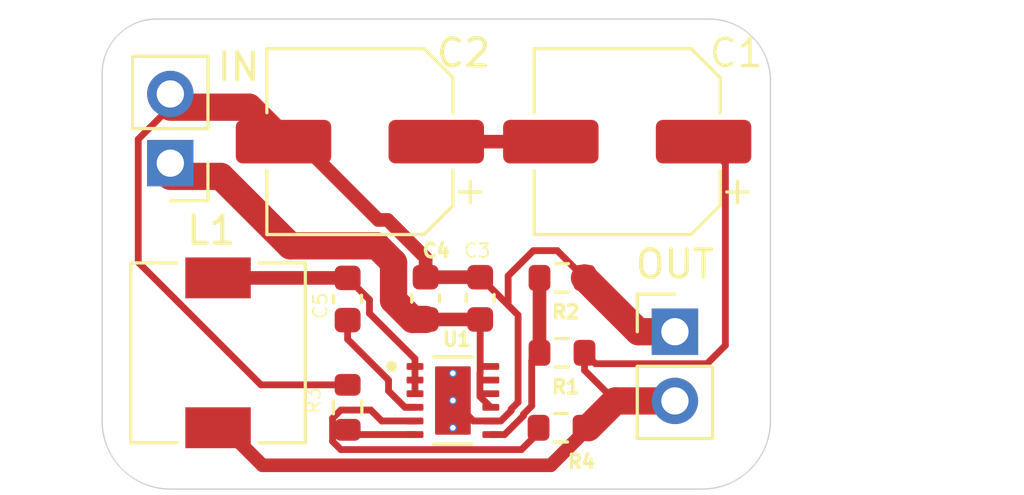
<source format=kicad_pcb>
(kicad_pcb (version 20241229) (generator "pcbnew") (generator_version "9.0")
  (layers (0 "F.Cu" signal) (2 "B.Cu" signal) (13 "F.Paste" user) (15 "B.Paste" user) (5 "F.SilkS" user "F.Silkscreen") (7 "B.SilkS" user "B.Silkscreen") (1 "F.Mask" user) (3 "B.Mask" user) (25 "Edge.Cuts" user))
  (net 0 "")
  (net 1 "Net-(C1-Pad2)")
  (net 2 "Net-(J2-Pin_2)")
  (net 3 "GND")
  (net 4 "Net-(J1-Pin_1)")
  (net 5 "Net-(U1-BOOT)")
  (net 6 "Net-(C5-Pad2)")
  (net 7 "Net-(U1-FB)")
  (net 8 "Net-(U1-RT)")
  (net 9 "Net-(U1-PG)")
  (footprint "Resistor_SMD:R_0603_1608Metric" (layer "F.Cu") (at 167.25 91.25 90)
    (property "Reference" "R3" (at 0.25 -1.25 90) (layer "F.SilkS") (effects (font (size 0.5 0.5) (thickness 0.0625))))
    (property "Value" "30.9k")
    (fp_line (start -0.237258 -0.5225) (end 0.237258 -0.5225) (stroke (width 0.12)) (layer "F.SilkS"))
    (fp_line (start -0.237258 0.5225) (end 0.237258 0.5225) (stroke (width 0.12)) (layer "F.SilkS"))
    (pad "1" smd roundrect (at -0.825 0 90) (size 0.8 0.95) (layers "F.Cu" "F.Mask" "F.Paste") (net 8 "Net-(U1-RT)"))
    (pad "2" smd roundrect (at 0.825 0 90) (size 0.8 0.95) (layers "F.Cu" "F.Mask" "F.Paste") (net 3 "GND"))
  )
  (footprint "Capacitor_SMD:C_0603_1608Metric" (layer "F.Cu") (at 170.11 87.25 90)
    (property "Reference" "C4" (at 1.75 0.39 180) (layer "F.SilkS") (effects (font (size 0.5 0.5) (thickness 0.125))))
    (property "Value" "100nF")
    (fp_line (start -0.14058 -0.51) (end 0.14058 -0.51) (stroke (width 0.12)) (layer "F.SilkS"))
    (fp_line (start -0.14058 0.51) (end 0.14058 0.51) (stroke (width 0.12)) (layer "F.SilkS"))
    (pad "1" smd roundrect (at -0.775 0 90) (size 0.9 0.95) (layers "F.Cu" "F.Mask" "F.Paste") (net 4 "Net-(J1-Pin_1)"))
    (pad "2" smd roundrect (at 0.775 0 90) (size 0.9 0.95) (layers "F.Cu" "F.Mask" "F.Paste") (net 3 "GND"))
  )
  (footprint "Connector_PinHeader_2.54mm:PinHeader_1x02_P2.54mm_Vertical" (layer "F.Cu") (at 160.75 82.29 180)
    (property "Reference" "IN" (at -2.5 3.525 0) (layer "F.SilkS"))
    (property "Value" "Conn_01x02_Pin")
    (fp_line (start 1.38 1.27) (end 1.38 3.92) (stroke (width 0.12)) (layer "F.SilkS"))
    (fp_line (start -1.38 3.92) (end 1.38 3.92) (stroke (width 0.12)) (layer "F.SilkS"))
    (fp_line (start -1.38 1.27) (end 1.38 1.27) (stroke (width 0.12)) (layer "F.SilkS"))
    (fp_line (start -1.38 1.27) (end -1.38 3.92) (stroke (width 0.12)) (layer "F.SilkS"))
    (fp_line (start -1.38 0) (end -1.38 -1.38) (stroke (width 0.12)) (layer "F.SilkS"))
    (fp_line (start -1.38 -1.38) (end 0 -1.38) (stroke (width 0.12)) (layer "F.SilkS"))
    (pad "1" thru_hole rect (at 0 0 180) (size 1.7 1.7) (drill 1) (layers "*.Cu" "*.Mask") (net 4 "Net-(J1-Pin_1)"))
    (pad "2" thru_hole circle (at 0 2.54 180) (size 1.7 1.7) (drill 1) (layers "*.Cu" "*.Mask") (net 3 "GND"))
  )
  (footprint "Capacitor_SMD:C_0603_1608Metric" (layer "F.Cu") (at 172.11 87.25 90)
    (property "Reference" "C3" (at 1.75 -0.11 0) (layer "F.SilkS") (effects (font (size 0.5 0.5) (thickness 0.0625))))
    (property "Value" "10uF")
    (fp_line (start -0.14058 -0.51) (end 0.14058 -0.51) (stroke (width 0.12)) (layer "F.SilkS"))
    (fp_line (start -0.14058 0.51) (end 0.14058 0.51) (stroke (width 0.12)) (layer "F.SilkS"))
    (pad "1" smd roundrect (at -0.775 0 90) (size 0.9 0.95) (layers "F.Cu" "F.Mask" "F.Paste") (net 4 "Net-(J1-Pin_1)"))
    (pad "2" smd roundrect (at 0.775 0 90) (size 0.9 0.95) (layers "F.Cu" "F.Mask" "F.Paste") (net 3 "GND"))
  )
  (footprint "LMR51450:CONV_LMR51450FNDRRR" (layer "F.Cu") (at 171.11 91)
    (property "Reference" "U1" (at 0.14 -2.25 0) (layer "F.SilkS") (effects (font (size 0.5 0.5) (thickness 0.125))))
    (property "Value" "LMR51450FNDRRR")
    (fp_line (start -0.7 -1.6) (end 0.7 -1.6) (stroke (width 0.127)) (layer "F.SilkS"))
    (fp_line (start -0.7 1.6) (end 0.7 1.6) (stroke (width 0.127)) (layer "F.SilkS"))
    (fp_circle (center -2.25 -1.25) (end -2.15 -1.25) (stroke (width 0.2)) (fill no) (layer "F.SilkS"))
    (pad "1" smd roundrect (at -1.39 -1.25) (size 0.62 0.25) (layers "F.Cu" "F.Paste") (roundrect_rratio 0.2) (net 6 "Net-(C5-Pad2)"))
    (pad "2" smd roundrect (at -1.39 -0.75) (size 0.62 0.25) (layers "F.Cu" "F.Paste") (roundrect_rratio 0.2) (net 6 "Net-(C5-Pad2)"))
    (pad "3" smd roundrect (at -1.39 -0.25) (size 0.62 0.25) (layers "F.Cu" "F.Paste") (roundrect_rratio 0.2) (net 6 "Net-(C5-Pad2)"))
    (pad "4" smd roundrect (at -1.39 0.25) (size 0.62 0.25) (layers "F.Cu" "F.Paste") (roundrect_rratio 0.2) (net 5 "Net-(U1-BOOT)"))
    (pad "5" smd roundrect (at -1.39 0.75) (size 0.62 0.25) (layers "F.Cu" "F.Paste") (roundrect_rratio 0.2) (net 9 "Net-(U1-PG)"))
    (pad "6" smd roundrect (at -1.39 1.25) (size 0.62 0.25) (layers "F.Cu" "F.Paste") (roundrect_rratio 0.2) (net 8 "Net-(U1-RT)"))
    (pad "7" smd roundrect (at 1.39 1.25) (size 0.62 0.25) (layers "F.Cu" "F.Paste") (roundrect_rratio 0.2) (net 7 "Net-(U1-FB)"))
    (pad "8" smd roundrect (at 1.39 0.75) (size 0.62 0.25) (layers "F.Cu" "F.Paste") (roundrect_rratio 0.2) (net 3 "GND"))
    (pad "9" smd roundrect (at 1.39 0.25) (size 0.62 0.25) (layers "F.Cu" "F.Paste") (roundrect_rratio 0.2) (net 4 "Net-(J1-Pin_1)"))
    (pad "10" smd roundrect (at 1.39 -0.25) (size 0.62 0.25) (layers "F.Cu" "F.Paste") (roundrect_rratio 0.2) (net 4 "Net-(J1-Pin_1)"))
    (pad "11" smd roundrect (at 1.39 -0.75) (size 0.62 0.25) (layers "F.Cu" "F.Paste") (roundrect_rratio 0.2) (net 4 "Net-(J1-Pin_1)"))
    (pad "12" smd roundrect (at 1.39 -1.25) (size 0.62 0.25) (layers "F.Cu" "F.Paste") (roundrect_rratio 0.2) (net 4 "Net-(J1-Pin_1)"))
    (pad "13" smd custom (at 0 0) (size 0.5 0.5) (layers "F.Cu") (net 3 "GND") (options (clearance outline) (anchor rect)) (primitives (gr_poly (pts (xy -0.65 -1.2) (xy -0.65 1.2) (xy -0.65 1.203) (xy -0.65 1.205) (xy -0.649 1.208) (xy -0.649 1.21) (xy -0.648 1.213) (xy -0.648 1.215) (xy -0.647 1.218) (xy -0.646 1.22) (xy -0.645 1.223) (xy -0.643 1.225) (xy -0.642 1.227) (xy -0.64 1.229) (xy -0.639 1.231) (xy -0.637 1.233) (xy -0.635 1.235) (xy -0.633 1.237) (xy -0.631 1.239) (xy -0.629 1.24) (xy -0.627 1.242) (xy -0.625 1.243) (xy -0.623 1.245) (xy -0.62 1.246) (xy -0.618 1.247) (xy -0.615 1.248) (xy -0.613 1.248) (xy -0.61 1.249) (xy -0.608 1.249) (xy -0.605 1.25) (xy -0.603 1.25) (xy -0.6 1.25) (xy 0.6 1.25) (xy 0.603 1.25) (xy 0.605 1.25) (xy 0.608 1.249) (xy 0.61 1.249) (xy 0.613 1.248) (xy 0.615 1.248) (xy 0.618 1.247) (xy 0.62 1.246) (xy 0.623 1.245) (xy 0.625 1.243) (xy 0.627 1.242) (xy 0.629 1.24) (xy 0.631 1.239) (xy 0.633 1.237) (xy 0.635 1.235) (xy 0.637 1.233) (xy 0.639 1.231) (xy 0.64 1.229) (xy 0.642 1.227) (xy 0.643 1.225) (xy 0.645 1.223) (xy 0.646 1.22) (xy 0.647 1.218) (xy 0.648 1.215) (xy 0.648 1.213) (xy 0.649 1.21) (xy 0.649 1.208) (xy 0.65 1.205) (xy 0.65 1.203) (xy 0.65 1.2) (xy 0.65 -1.2) (xy 0.65 -1.203) (xy 0.65 -1.205) (xy 0.649 -1.208) (xy 0.649 -1.21) (xy 0.648 -1.213) (xy 0.648 -1.215) (xy 0.647 -1.218) (xy 0.646 -1.22) (xy 0.645 -1.223) (xy 0.643 -1.225) (xy 0.642 -1.227) (xy 0.64 -1.229) (xy 0.639 -1.231) (xy 0.637 -1.233) (xy 0.635 -1.235) (xy 0.633 -1.237) (xy 0.631 -1.239) (xy 0.629 -1.24) (xy 0.627 -1.242) (xy 0.625 -1.243) (xy 0.623 -1.245) (xy 0.62 -1.246) (xy 0.618 -1.247) (xy 0.615 -1.248) (xy 0.613 -1.248) (xy 0.61 -1.249) (xy 0.608 -1.249) (xy 0.605 -1.25) (xy 0.603 -1.25) (xy 0.6 -1.25) (xy -0.6 -1.25) (xy -0.603 -1.25) (xy -0.605 -1.25) (xy -0.608 -1.249) (xy -0.61 -1.249) (xy -0.613 -1.248) (xy -0.615 -1.248) (xy -0.618 -1.247) (xy -0.62 -1.246) (xy -0.623 -1.245) (xy -0.625 -1.243) (xy -0.627 -1.242) (xy -0.629 -1.24) (xy -0.631 -1.239) (xy -0.633 -1.237) (xy -0.635 -1.235) (xy -0.637 -1.233) (xy -0.639 -1.231) (xy -0.64 -1.229) (xy -0.642 -1.227) (xy -0.643 -1.225) (xy -0.645 -1.223) (xy -0.646 -1.22) (xy -0.647 -1.218) (xy -0.648 -1.215) (xy -0.648 -1.213) (xy -0.649 -1.21) (xy -0.649 -1.208) (xy -0.65 -1.205) (xy -0.65 -1.203) (xy -0.65 -1.2)) (width 0.01) (fill yes))))
    (pad "14" thru_hole circle (at 0 -1) (size 0.3 0.3) (drill 0.2) (layers "*.Cu"))
    (pad "15" thru_hole circle (at 0 0) (size 0.3 0.3) (drill 0.2) (layers "*.Cu") (net 3 "GND"))
    (pad "16" thru_hole circle (at 0 1) (size 0.3 0.3) (drill 0.2) (layers "*.Cu"))
  )
  (footprint "Capacitor_SMD:CP_Elec_6.3x4.9" (layer "F.Cu") (at 167.7 81.5 180)
    (property "Reference" "C2" (at -3.8 3.25 0) (layer "F.SilkS"))
    (property "Value" "47uF")
    (fp_line (start 3.41 3.41) (end 3.41 1.06) (stroke (width 0.12)) (layer "F.SilkS"))
    (fp_line (start 3.41 -3.41) (end 3.41 -1.06) (stroke (width 0.12)) (layer "F.SilkS"))
    (fp_line (start -2.345563 3.41) (end 3.41 3.41) (stroke (width 0.12)) (layer "F.SilkS"))
    (fp_line (start -2.345563 -3.41) (end 3.41 -3.41) (stroke (width 0.12)) (layer "F.SilkS"))
    (fp_line (start -3.41 2.345563) (end -2.345563 3.41) (stroke (width 0.12)) (layer "F.SilkS"))
    (fp_line (start -3.41 2.345563) (end -3.41 1.06) (stroke (width 0.12)) (layer "F.SilkS"))
    (fp_line (start -3.41 -2.345563) (end -2.345563 -3.41) (stroke (width 0.12)) (layer "F.SilkS"))
    (fp_line (start -3.41 -2.345563) (end -3.41 -1.06) (stroke (width 0.12)) (layer "F.SilkS"))
    (fp_line (start -4.04375 -2.24125) (end -4.04375 -1.45375) (stroke (width 0.12)) (layer "F.SilkS"))
    (fp_line (start -4.4375 -1.8475) (end -3.65 -1.8475) (stroke (width 0.12)) (layer "F.SilkS"))
    (pad "1" smd roundrect (at -2.8 0 180) (size 3.5 1.6) (layers "F.Cu" "F.Mask" "F.Paste") (roundrect_rratio 0.15625) (net 1 "Net-(C1-Pad2)"))
    (pad "2" smd roundrect (at 2.8 0 180) (size 3.5 1.6) (layers "F.Cu" "F.Mask" "F.Paste") (roundrect_rratio 0.15625) (net 3 "GND"))
  )
  (footprint "Resistor_SMD:R_0603_1608Metric" (layer "F.Cu") (at 175.11 86.5)
    (property "Reference" "R2" (at 0.14 1.25 0) (layer "F.SilkS") (effects (font (size 0.5 0.5) (thickness 0.125))))
    (property "Value" "11.8k")
    (fp_line (start -0.237258 -0.5225) (end 0.237258 -0.5225) (stroke (width 0.12)) (layer "F.SilkS"))
    (fp_line (start -0.237258 0.5225) (end 0.237258 0.5225) (stroke (width 0.12)) (layer "F.SilkS"))
    (pad "1" smd roundrect (at -0.825 0) (size 0.8 0.95) (layers "F.Cu" "F.Mask" "F.Paste") (net 7 "Net-(U1-FB)"))
    (pad "2" smd roundrect (at 0.825 0) (size 0.8 0.95) (layers "F.Cu" "F.Mask" "F.Paste") (net 3 "GND"))
  )
  (footprint "Resistor_SMD:R_0603_1608Metric" (layer "F.Cu") (at 175.075 92)
    (property "Reference" "R4" (at 0.75 1.25 0) (layer "F.SilkS") (effects (font (size 0.5 0.5) (thickness 0.125))))
    (property "Value" "100k")
    (fp_line (start -0.237258 -0.5225) (end 0.237258 -0.5225) (stroke (width 0.12)) (layer "F.SilkS"))
    (fp_line (start -0.237258 0.5225) (end 0.237258 0.5225) (stroke (width 0.12)) (layer "F.SilkS"))
    (pad "1" smd roundrect (at -0.825 0) (size 0.8 0.95) (layers "F.Cu" "F.Mask" "F.Paste") (net 9 "Net-(U1-PG)"))
    (pad "2" smd roundrect (at 0.825 0) (size 0.8 0.95) (layers "F.Cu" "F.Mask" "F.Paste") (net 2 "Net-(J2-Pin_2)"))
  )
  (footprint "Capacitor_SMD:CP_Elec_6.3x4.9" (layer "F.Cu") (at 177.5 81.5 180)
    (property "Reference" "C1" (at -4 3.25 0) (layer "F.SilkS") (effects (font (thickness 0.125))))
    (property "Value" "47uF")
    (fp_line (start 3.41 3.41) (end 3.41 1.06) (stroke (width 0.12)) (layer "F.SilkS"))
    (fp_line (start 3.41 -3.41) (end 3.41 -1.06) (stroke (width 0.12)) (layer "F.SilkS"))
    (fp_line (start -2.345563 3.41) (end 3.41 3.41) (stroke (width 0.12)) (layer "F.SilkS"))
    (fp_line (start -2.345563 -3.41) (end 3.41 -3.41) (stroke (width 0.12)) (layer "F.SilkS"))
    (fp_line (start -3.41 2.345563) (end -2.345563 3.41) (stroke (width 0.12)) (layer "F.SilkS"))
    (fp_line (start -3.41 2.345563) (end -3.41 1.06) (stroke (width 0.12)) (layer "F.SilkS"))
    (fp_line (start -3.41 -2.345563) (end -2.345563 -3.41) (stroke (width 0.12)) (layer "F.SilkS"))
    (fp_line (start -3.41 -2.345563) (end -3.41 -1.06) (stroke (width 0.12)) (layer "F.SilkS"))
    (fp_line (start -4.04375 -2.24125) (end -4.04375 -1.45375) (stroke (width 0.12)) (layer "F.SilkS"))
    (fp_line (start -4.4375 -1.8475) (end -3.65 -1.8475) (stroke (width 0.12)) (layer "F.SilkS"))
    (pad "1" smd roundrect (at -2.8 0 180) (size 3.5 1.6) (layers "F.Cu" "F.Mask" "F.Paste") (roundrect_rratio 0.15625) (net 2 "Net-(J2-Pin_2)"))
    (pad "2" smd roundrect (at 2.8 0 180) (size 3.5 1.6) (layers "F.Cu" "F.Mask" "F.Paste") (roundrect_rratio 0.15625) (net 1 "Net-(C1-Pad2)"))
  )
  (footprint "Resistor_SMD:R_0603_1608Metric" (layer "F.Cu") (at 175.11 89.25 180)
    (property "Reference" "R1" (at -0.14 -1.25 0) (layer "F.SilkS") (effects (font (size 0.5 0.5) (thickness 0.125))))
    (property "Value" "100k")
    (fp_line (start -0.237258 0.5225) (end 0.237258 0.5225) (stroke (width 0.12)) (layer "F.SilkS"))
    (fp_line (start -0.237258 -0.5225) (end 0.237258 -0.5225) (stroke (width 0.12)) (layer "F.SilkS"))
    (pad "1" smd roundrect (at -0.825 0 180) (size 0.8 0.95) (layers "F.Cu" "F.Mask" "F.Paste") (net 2 "Net-(J2-Pin_2)"))
    (pad "2" smd roundrect (at 0.825 0 180) (size 0.8 0.95) (layers "F.Cu" "F.Mask" "F.Paste") (net 7 "Net-(U1-FB)"))
  )
  (footprint "Connector_PinHeader_2.54mm:PinHeader_1x02_P2.54mm_Vertical" (layer "F.Cu") (at 179.25 88.475)
    (property "Reference" "OUT" (at 0 -2.475 0) (layer "F.SilkS"))
    (property "Value" "Conn_01x02_Pin")
    (fp_line (start -1.38 -1.38) (end 0 -1.38) (stroke (width 0.12)) (layer "F.SilkS"))
    (fp_line (start -1.38 0) (end -1.38 -1.38) (stroke (width 0.12)) (layer "F.SilkS"))
    (fp_line (start -1.38 1.27) (end -1.38 3.92) (stroke (width 0.12)) (layer "F.SilkS"))
    (fp_line (start -1.38 1.27) (end 1.38 1.27) (stroke (width 0.12)) (layer "F.SilkS"))
    (fp_line (start -1.38 3.92) (end 1.38 3.92) (stroke (width 0.12)) (layer "F.SilkS"))
    (fp_line (start 1.38 1.27) (end 1.38 3.92) (stroke (width 0.12)) (layer "F.SilkS"))
    (pad "1" thru_hole rect (at 0 0) (size 1.7 1.7) (drill 1) (layers "*.Cu" "*.Mask") (net 3 "GND"))
    (pad "2" thru_hole circle (at 0 2.54) (size 1.7 1.7) (drill 1) (layers "*.Cu" "*.Mask") (net 2 "Net-(J2-Pin_2)"))
  )
  (footprint "Inductor_SMD:L_6.3x6.3_H3" (layer "F.Cu") (at 162.5 89.25 -90)
    (property "Reference" "L1" (at -4.5 0.25 180) (layer "F.SilkS"))
    (property "Value" "L")
    (fp_line (start -3.3 3.2) (end -3.3 1.5) (stroke (width 0.12)) (layer "F.SilkS"))
    (fp_line (start 3.3 3.2) (end -3.3 3.2) (stroke (width 0.12)) (layer "F.SilkS"))
    (fp_line (start 3.3 1.5) (end 3.3 3.2) (stroke (width 0.12)) (layer "F.SilkS"))
    (fp_line (start -3.3 -1.5) (end -3.3 -3.2) (stroke (width 0.12)) (layer "F.SilkS"))
    (fp_line (start -3.3 -3.2) (end 3.3 -3.2) (stroke (width 0.12)) (layer "F.SilkS"))
    (fp_line (start 3.3 -3.2) (end 3.3 -1.5) (stroke (width 0.12)) (layer "F.SilkS"))
    (pad "1" smd rect (at -2.75 0 270) (size 1.5 2.4) (layers "F.Cu" "F.Mask" "F.Paste") (net 6 "Net-(C5-Pad2)"))
    (pad "2" smd rect (at 2.75 0 270) (size 1.5 2.4) (layers "F.Cu" "F.Mask" "F.Paste") (net 2 "Net-(J2-Pin_2)"))
  )
  (footprint "Capacitor_SMD:C_0603_1608Metric" (layer "F.Cu") (at 167.25 87.275 90)
    (property "Reference" "C5" (at -0.25 -1 90) (layer "F.SilkS") (effects (font (size 0.5 0.5) (thickness 0.0625))))
    (property "Value" "100nF")
    (fp_line (start -0.14058 -0.51) (end 0.14058 -0.51) (stroke (width 0.12)) (layer "F.SilkS"))
    (fp_line (start -0.14058 0.51) (end 0.14058 0.51) (stroke (width 0.12)) (layer "F.SilkS"))
    (pad "1" smd roundrect (at -0.775 0 90) (size 0.9 0.95) (layers "F.Cu" "F.Mask" "F.Paste") (net 5 "Net-(U1-BOOT)"))
    (pad "2" smd roundrect (at 0.775 0 90) (size 0.9 0.95) (layers "F.Cu" "F.Mask" "F.Paste") (net 6 "Net-(C5-Pad2)"))
  )
  (gr_arc (start 182.75 91.75) (mid 182.017767 93.517767) (end 180.25 94.25) (stroke (width 0.05)) (layer "Edge.Cuts"))
  (gr_arc (start 180.5 77) (mid 182.09099 77.65901) (end 182.75 79.25) (stroke (width 0.05)) (layer "Edge.Cuts"))
  (gr_arc (start 160.75 94.25) (mid 158.982233 93.517767) (end 158.25 91.75) (stroke (width 0.05)) (layer "Edge.Cuts"))
  (gr_line (start 158.25 91.75) (end 158.25 79) (stroke (width 0.05)) (layer "Edge.Cuts"))
  (gr_line (start 182.75 91.75) (end 182.75 79.25) (stroke (width 0.05)) (layer "Edge.Cuts"))
  (gr_line (start 180.25 94.25) (end 160.75 94.25) (stroke (width 0.05)) (layer "Edge.Cuts"))
  (gr_arc (start 158.25 79) (mid 158.835786 77.585786) (end 160.25 77) (stroke (width 0.05)) (layer "Edge.Cuts"))
  (gr_line (start 160.25 77) (end 180.5 77) (stroke (width 0.05)) (layer "Edge.Cuts"))
  (segment (start 170.5 81.5) (end 174.7 81.5) (width 0.5) (layer "F.Cu") (net 1))
  (segment (start 177.06 91.015) (end 176.075 92) (width 1) (layer "F.Cu") (net 2))
  (segment (start 176.336 89.651) (end 180.426 89.651) (width 0.25) (layer "F.Cu") (net 2))
  (segment (start 162.5 91.75) (end 164.127 93.377) (width 0.5) (layer "F.Cu") (net 2))
  (segment (start 180.426 89.651) (end 181.1 88.977) (width 0.25) (layer "F.Cu") (net 2))
  (segment (start 181.1 82.3) (end 180.3 81.5) (width 0.25) (layer "F.Cu") (net 2))
  (segment (start 175.935 89.25) (end 175.935 89.89) (width 0.25) (layer "F.Cu") (net 2))
  (segment (start 179.25 91.015) (end 177.06 91.015) (width 1) (layer "F.Cu") (net 2))
  (segment (start 175.935 89.25) (end 176.336 89.651) (width 0.25) (layer "F.Cu") (net 2))
  (segment (start 174.698 93.377) (end 176.075 92) (width 0.5) (layer "F.Cu") (net 2))
  (segment (start 175.935 89.89) (end 177.06 91.015) (width 0.25) (layer "F.Cu") (net 2))
  (segment (start 181.1 88.977) (end 181.1 82.3) (width 0.25) (layer "F.Cu") (net 2))
  (segment (start 164.127 93.377) (end 174.698 93.377) (width 0.5) (layer "F.Cu") (net 2))
  (segment (start 173.136 87.501) (end 173.136 86.424582) (width 0.25) (layer "F.Cu") (net 3))
  (segment (start 170.11 86.475) (end 172.11 86.475) (width 0.5) (layer "F.Cu") (net 3))
  (segment (start 177.91 88.475) (end 175.935 86.5) (width 1) (layer "F.Cu") (net 3))
  (segment (start 173.5 91.062772) (end 173.5 87.865) (width 0.25) (layer "F.Cu") (net 3))
  (segment (start 159.574 85.926) (end 159.574 81.411) (width 0.25) (layer "F.Cu") (net 3))
  (segment (start 171.86 91.75) (end 172.5 91.75) (width 0.25) (layer "F.Cu") (net 3))
  (segment (start 165.5 81.5) (end 168.373 84.373) (width 0.5) (layer "F.Cu") (net 3))
  (segment (start 170.11 85.765083) (end 168.717917 84.373) (width 0.5) (layer "F.Cu") (net 3))
  (segment (start 170.11 86.475) (end 170.11 85.765083) (width 0.5) (layer "F.Cu") (net 3))
  (segment (start 173.5 87.865) (end 173.136 87.501) (width 0.25) (layer "F.Cu") (net 3))
  (segment (start 172.86813 91.75) (end 173.248 91.37013) (width 0.25) (layer "F.Cu") (net 3))
  (segment (start 173.248 91.37013) (end 173.248 91.314772) (width 0.25) (layer "F.Cu") (net 3))
  (segment (start 174.060582 85.5) (end 174.935 85.5) (width 0.25) (layer "F.Cu") (net 3))
  (segment (start 173.248 91.314772) (end 173.5 91.062772) (width 0.25) (layer "F.Cu") (net 3))
  (segment (start 167.5 90.425) (end 164.073 90.425) (width 0.25) (layer "F.Cu") (net 3))
  (segment (start 159.574 81.411) (end 160.75 80.235) (width 0.25) (layer "F.Cu") (net 3))
  (segment (start 171.11 91) (end 171.86 91.75) (width 0.25) (layer "F.Cu") (net 3))
  (segment (start 172.5 91.75) (end 172.86813 91.75) (width 0.25) (layer "F.Cu") (net 3))
  (segment (start 179.25 88.475) (end 177.91 88.475) (width 1) (layer "F.Cu") (net 3))
  (segment (start 163.635 80.235) (end 164.9 81.5) (width 1) (layer "F.Cu") (net 3))
  (segment (start 173.136 87.501) (end 172.11 86.475) (width 0.25) (layer "F.Cu") (net 3))
  (segment (start 164.9 81.5) (end 165.5 81.5) (width 0.5) (layer "F.Cu") (net 3))
  (segment (start 160.75 80.235) (end 163.635 80.235) (width 1) (layer "F.Cu") (net 3))
  (segment (start 164.073 90.425) (end 159.574 85.926) (width 0.25) (layer "F.Cu") (net 3))
  (segment (start 168.717917 84.373) (end 168.373 84.373) (width 0.5) (layer "F.Cu") (net 3))
  (segment (start 173.136 86.424582) (end 174.060582 85.5) (width 0.25) (layer "F.Cu") (net 3))
  (segment (start 174.935 85.5) (end 175.935 86.5) (width 0.25) (layer "F.Cu") (net 3))
  (segment (start 168.934 87.324) (end 169.635 88.025) (width 1) (layer "F.Cu") (net 4))
  (segment (start 172.101 90) (end 172.11 89.991) (width 0.25) (layer "F.Cu") (net 4))
  (segment (start 165.149 85.324) (end 168.324 85.324) (width 1) (layer "F.Cu") (net 4))
  (segment (start 172.5 91.25) (end 172.101 90.851) (width 0.25) (layer "F.Cu") (net 4))
  (segment (start 162.6 82.775) (end 165.149 85.324) (width 1) (layer "F.Cu") (net 4))
  (segment (start 168.934 85.934) (end 168.934 87.324) (width 1) (layer "F.Cu") (net 4))
  (segment (start 160.75 82.775) (end 162.6 82.775) (width 1) (layer "F.Cu") (net 4))
  (segment (start 172.11 89.991) (end 172.11 88.025) (width 0.25) (layer "F.Cu") (net 4))
  (segment (start 169.635 88.025) (end 170.11 88.025) (width 1) (layer "F.Cu") (net 4))
  (segment (start 172.101 90.851) (end 172.101 90) (width 0.25) (layer "F.Cu") (net 4))
  (segment (start 172.11 88.025) (end 170.11 88.025) (width 0.5) (layer "F.Cu") (net 4))
  (segment (start 168.324 85.324) (end 168.934 85.934) (width 1) (layer "F.Cu") (net 4))
  (segment (start 168.75 90.25) (end 168.75 90.64813) (width 0.25) (layer "F.Cu") (net 5))
  (segment (start 167.25 88.75) (end 168.75 90.25) (width 0.25) (layer "F.Cu") (net 5))
  (segment (start 167.25 88.275) (end 166.975 88.275) (width 0.25) (layer "F.Cu") (net 5))
  (segment (start 168.75 90.64813) (end 169.35187 91.25) (width 0.25) (layer "F.Cu") (net 5))
  (segment (start 167.25 88.275) (end 167.25 88.75) (width 0.25) (layer "F.Cu") (net 5))
  (segment (start 169.35187 91.25) (end 169.72 91.25) (width 0.25) (layer "F.Cu") (net 5))
  (segment (start 162.75 86.5) (end 167.025 86.5) (width 0.5) (layer "F.Cu") (net 6))
  (segment (start 169.72 89.75) (end 169.72 90.75) (width 0.25) (layer "F.Cu") (net 6))
  (segment (start 168.051 87.301) (end 167.25 86.5) (width 0.25) (layer "F.Cu") (net 6))
  (segment (start 169.72 89.47) (end 168.051 87.801) (width 0.25) (layer "F.Cu") (net 6))
  (segment (start 162.5 86.25) (end 162.75 86.5) (width 0.5) (layer "F.Cu") (net 6))
  (segment (start 169.72 89.47) (end 169.72 89.75) (width 0.25) (layer "F.Cu") (net 6))
  (segment (start 168.051 87.801) (end 168.051 87.301) (width 0.25) (layer "F.Cu") (net 6))
  (segment (start 173.699 91.55694) (end 173.699 91.501582) (width 0.25) (layer "F.Cu") (net 7))
  (segment (start 174 91.200582) (end 174 89.535) (width 0.25) (layer "F.Cu") (net 7))
  (segment (start 174 89.535) (end 174.285 89.25) (width 0.25) (layer "F.Cu") (net 7))
  (segment (start 174.285 86.5) (end 174.285 89.25) (width 0.5) (layer "F.Cu") (net 7))
  (segment (start 173.699 91.501582) (end 174 91.200582) (width 0.25) (layer "F.Cu") (net 7))
  (segment (start 172.5 92.25) (end 173.00594 92.25) (width 0.25) (layer "F.Cu") (net 7))
  (segment (start 173.00594 92.25) (end 173.699 91.55694) (width 0.25) (layer "F.Cu") (net 7))
  (segment (start 167.5 92.075) (end 167.675 92.25) (width 0.25) (layer "F.Cu") (net 8))
  (segment (start 167.675 92.25) (end 169.72 92.25) (width 0.25) (layer "F.Cu") (net 8))
  (segment (start 168.099 91.349) (end 167.001582 91.349) (width 0.25) (layer "F.Cu") (net 9))
  (segment (start 169.72 91.75) (end 168.5 91.75) (width 0.25) (layer "F.Cu") (net 9))
  (segment (start 173.624 92.801) (end 174.425 92) (width 0.25) (layer "F.Cu") (net 9))
  (segment (start 166.699 91.651582) (end 166.699 92.498418) (width 0.25) (layer "F.Cu") (net 9))
  (segment (start 168.5 91.75) (end 168.099 91.349) (width 0.25) (layer "F.Cu") (net 9))
  (segment (start 167.001582 92.801) (end 173.624 92.801) (width 0.25) (layer "F.Cu") (net 9))
  (segment (start 166.699 92.498418) (end 167.001582 92.801) (width 0.25) (layer "F.Cu") (net 9))
  (segment (start 167.001582 91.349) (end 166.699 91.651582) (width 0.25) (layer "F.Cu") (net 9))
)
</source>
